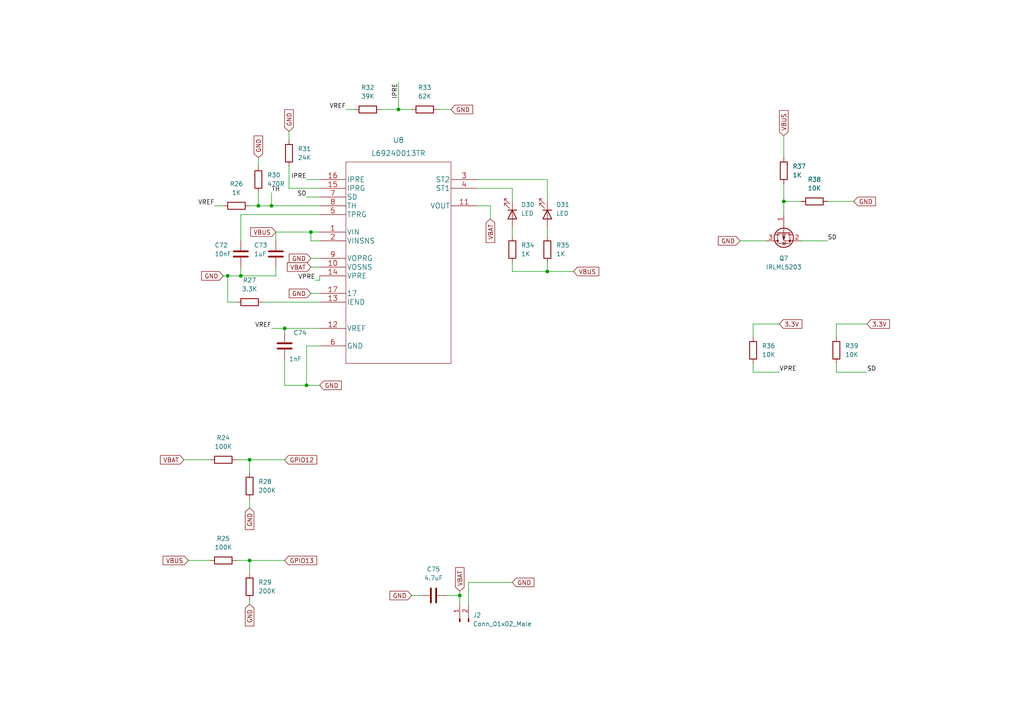
<source format=kicad_sch>
(kicad_sch (version 20211123) (generator eeschema)
  (paper "A4")
  (lib_symbols
    (symbol "Connector:Conn_01x02_Male" (pin_names (offset 1.016) hide)
      (property "Reference" "J" (at 0 2.54 0))
      (property "Value" "Conn_01x02_Male" (at 0 -5.08 0))
      (symbol "Conn_01x02_Male_1_1"
        (polyline (pts (xy 1.27 -2.54) (xy 0.8636 -2.54)) (stroke (width 0.1524)))
        (polyline (pts (xy 1.27 0) (xy 0.8636 0)) (stroke (width 0.1524)))
        (rectangle (start 0.8636 -2.413) (end 0 -2.667) (stroke (width 0.1524)) (fill (type outline)))
        (rectangle (start 0.8636 0.127) (end 0 -0.127) (stroke (width 0.1524)) (fill (type outline)))
        (pin passive line (at 5.08 0 180) (length 3.81) (name "Pin_1") (number "1"))
        (pin passive line (at 5.08 -2.54 180) (length 3.81) (name "Pin_2") (number "2"))
      )
    )
    (symbol "Device:C" (pin_numbers hide) (pin_names (offset 0.254))
      (property "Reference" "C" (at 0.635 2.54 0))
      (property "Value" "C" (at 0.635 -2.54 0))
      (symbol "C_0_1"
        (polyline (pts (xy -2.032 -0.762) (xy 2.032 -0.762)) (stroke (width 0.508)))
        (polyline (pts (xy -2.032 0.762) (xy 2.032 0.762)) (stroke (width 0.508)))
      )
      (symbol "C_1_1"
        (pin passive line (at 0 3.81 270) (length 2.794) (name "~") (number "1"))
        (pin passive line (at 0 -3.81 90) (length 2.794) (name "~") (number "2"))
      )
    )
    (symbol "Device:LED" (pin_numbers hide) (pin_names (offset 1.016) hide)
      (property "Reference" "D" (at 0 2.54 0))
      (property "Value" "LED" (at 0 -2.54 0))
      (symbol "LED_0_1"
        (polyline (pts (xy -1.27 -1.27) (xy -1.27 1.27)) (stroke (width 0.254)))
        (polyline (pts (xy -1.27 0) (xy 1.27 0)))
        (polyline (pts (xy 1.27 -1.27) (xy 1.27 1.27) (xy -1.27 0) (xy 1.27 -1.27)) (stroke (width 0.254)))
        (polyline (pts (xy -3.048 -0.762) (xy -4.572 -2.286) (xy -3.81 -2.286) (xy -4.572 -2.286) (xy -4.572 -1.524)))
        (polyline (pts (xy -1.778 -0.762) (xy -3.302 -2.286) (xy -2.54 -2.286) (xy -3.302 -2.286) (xy -3.302 -1.524)))
      )
      (symbol "LED_1_1"
        (pin passive line (at -3.81 0 0) (length 2.54) (name "K") (number "1"))
        (pin passive line (at 3.81 0 180) (length 2.54) (name "A") (number "2"))
      )
    )
    (symbol "Device:R" (pin_numbers hide) (pin_names (offset 0))
      (property "Reference" "R" (at 2.032 0 90))
      (property "Value" "R" (at 0 0 90))
      (symbol "R_0_1"
        (rectangle (start -1.016 -2.54) (end 1.016 2.54) (stroke (width 0.254)))
      )
      (symbol "R_1_1"
        (pin passive line (at 0 3.81 270) (length 1.27) (name "~") (number "1"))
        (pin passive line (at 0 -3.81 90) (length 1.27) (name "~") (number "2"))
      )
    )
    (symbol "L6924D013TR:L6924D013TR" (pin_names (offset 0.254))
      (property "Reference" "U" (at 22.86 10.16 0))
      (property "Value" "L6924D013TR" (at 22.86 7.62 0))
      (symbol "L6924D013TR_1_1"
        (polyline (pts (xy 7.62 -53.34) (xy 38.1 -53.34)) (stroke (width 0.127)))
        (polyline (pts (xy 7.62 5.08) (xy 7.62 -53.34)) (stroke (width 0.127)))
        (polyline (pts (xy 38.1 -53.34) (xy 38.1 5.08)) (stroke (width 0.127)))
        (polyline (pts (xy 38.1 5.08) (xy 7.62 5.08)) (stroke (width 0.127)))
        (pin input line (at 0 -15.24 0) (length 7.62) (name "VIN") (number "1"))
        (pin input line (at 0 -25.4 0) (length 7.62) (name "VOSNS") (number "10"))
        (pin output line (at 45.72 -7.62 180) (length 7.62) (name "VOUT") (number "11"))
        (pin output line (at 0 -43.18 0) (length 7.62) (name "VREF") (number "12"))
        (pin bidirectional line (at 0 -35.56 0) (length 7.62) (name "IEND") (number "13"))
        (pin input line (at 0 -27.94 0) (length 7.62) (name "VPRE") (number "14"))
        (pin input line (at 0 -2.54 0) (length 7.62) (name "IPRG") (number "15"))
        (pin input line (at 0 0 0) (length 7.62) (name "IPRE") (number "16"))
        (pin unspecified line (at 0 -33.02 0) (length 7.62) (name "17") (number "17"))
        (pin input line (at 0 -17.78 0) (length 7.62) (name "VINSNS") (number "2"))
        (pin output line (at 45.72 0 180) (length 7.62) (name "ST2") (number "3"))
        (pin output line (at 45.72 -2.54 180) (length 7.62) (name "ST1") (number "4"))
        (pin input line (at 0 -10.16 0) (length 7.62) (name "TPRG") (number "5"))
        (pin power_in line (at 0 -48.26 0) (length 7.62) (name "GND") (number "6"))
        (pin input line (at 0 -5.08 0) (length 7.62) (name "SD") (number "7"))
        (pin input line (at 0 -7.62 0) (length 7.62) (name "TH") (number "8"))
        (pin input line (at 0 -22.86 0) (length 7.62) (name "VOPRG") (number "9"))
      )
    )
    (symbol "Transistor_FET:IRLML5203" (pin_names hide)
      (property "Reference" "Q" (at 5.08 1.905 0))
      (property "Value" "IRLML5203" (at 5.08 0 0))
      (symbol "IRLML5203_0_1"
        (polyline (pts (xy 0.254 0) (xy -2.54 0)))
        (polyline (pts (xy 0.254 1.905) (xy 0.254 -1.905)) (stroke (width 0.254)))
        (polyline (pts (xy 0.762 -1.27) (xy 0.762 -2.286)) (stroke (width 0.254)))
        (polyline (pts (xy 0.762 0.508) (xy 0.762 -0.508)) (stroke (width 0.254)))
        (polyline (pts (xy 0.762 2.286) (xy 0.762 1.27)) (stroke (width 0.254)))
        (polyline (pts (xy 2.54 2.54) (xy 2.54 1.778)))
        (polyline (pts (xy 2.54 -2.54) (xy 2.54 0) (xy 0.762 0)))
        (polyline (pts (xy 0.762 1.778) (xy 3.302 1.778) (xy 3.302 -1.778) (xy 0.762 -1.778)))
        (polyline (pts (xy 2.286 0) (xy 1.27 0.381) (xy 1.27 -0.381) (xy 2.286 0)) (fill (type outline)))
        (polyline (pts (xy 2.794 -0.508) (xy 2.921 -0.381) (xy 3.683 -0.381) (xy 3.81 -0.254)))
        (polyline (pts (xy 3.302 -0.381) (xy 2.921 0.254) (xy 3.683 0.254) (xy 3.302 -0.381)))
        (circle (center 1.651 0) (radius 2.794) (stroke (width 0.254)))
        (circle (center 2.54 -1.778) (radius 0.254) (fill (type outline)))
        (circle (center 2.54 1.778) (radius 0.254) (fill (type outline)))
      )
      (symbol "IRLML5203_1_1"
        (pin input line (at -5.08 0 0) (length 2.54) (name "G") (number "1"))
        (pin passive line (at 2.54 -5.08 90) (length 2.54) (name "S") (number "2"))
        (pin passive line (at 2.54 5.08 270) (length 2.54) (name "D") (number "3"))
      )
    )
  )
  (junction (at 90.17 67.31))
  (junction (at 72.39 162.56))
  (junction (at 115.57 31.75))
  (junction (at 66.04 80.01))
  (junction (at 72.39 133.35))
  (junction (at 74.93 59.69))
  (junction (at 88.9 111.76))
  (junction (at 133.35 172.72))
  (junction (at 227.33 58.42))
  (junction (at 69.85 80.01))
  (junction (at 158.75 78.74))
  (junction (at 82.55 95.25))
  (junction (at 78.74 59.69))
  (wire (pts (xy 127 31.75) (xy 130.81 31.75)))
  (wire (pts (xy 92.71 54.61) (xy 83.82 54.61)))
  (wire (pts (xy 227.33 58.42) (xy 227.33 62.23)))
  (wire (pts (xy 242.57 93.98) (xy 251.46 93.98)))
  (wire (pts (xy 68.58 87.63) (xy 66.04 87.63)))
  (wire (pts (xy 68.58 133.35) (xy 72.39 133.35)))
  (wire (pts (xy 74.93 45.72) (xy 74.93 48.26)))
  (wire (pts (xy 133.35 171.45) (xy 133.35 172.72)))
  (wire (pts (xy 88.9 57.15) (xy 92.71 57.15)))
  (wire (pts (xy 135.89 168.91) (xy 148.59 168.91)))
  (wire (pts (xy 78.74 95.25) (xy 82.55 95.25)))
  (wire (pts (xy 83.82 54.61) (xy 83.82 48.26)))
  (wire (pts (xy 148.59 76.2) (xy 148.59 78.74)))
  (wire (pts (xy 133.35 172.72) (xy 133.35 175.26)))
  (wire (pts (xy 88.9 111.76) (xy 92.71 111.76)))
  (wire (pts (xy 214.63 69.85) (xy 222.25 69.85)))
  (wire (pts (xy 240.03 58.42) (xy 247.65 58.42)))
  (wire (pts (xy 138.43 54.61) (xy 148.59 54.61)))
  (wire (pts (xy 92.71 69.85) (xy 90.17 69.85)))
  (wire (pts (xy 242.57 107.95) (xy 251.46 107.95)))
  (wire (pts (xy 218.44 97.79) (xy 218.44 93.98)))
  (wire (pts (xy 88.9 100.33) (xy 88.9 111.76)))
  (wire (pts (xy 227.33 53.34) (xy 227.33 58.42)))
  (wire (pts (xy 115.57 24.13) (xy 115.57 31.75)))
  (wire (pts (xy 90.17 85.09) (xy 92.71 85.09)))
  (wire (pts (xy 119.38 172.72) (xy 121.92 172.72)))
  (wire (pts (xy 158.75 66.04) (xy 158.75 68.58)))
  (wire (pts (xy 218.44 105.41) (xy 218.44 107.95)))
  (wire (pts (xy 72.39 59.69) (xy 74.93 59.69)))
  (wire (pts (xy 90.17 67.31) (xy 92.71 67.31)))
  (wire (pts (xy 100.33 31.75) (xy 102.87 31.75)))
  (wire (pts (xy 242.57 105.41) (xy 242.57 107.95)))
  (wire (pts (xy 80.01 67.31) (xy 90.17 67.31)))
  (wire (pts (xy 148.59 66.04) (xy 148.59 68.58)))
  (wire (pts (xy 90.17 77.47) (xy 92.71 77.47)))
  (wire (pts (xy 69.85 77.47) (xy 69.85 80.01)))
  (wire (pts (xy 218.44 107.95) (xy 226.06 107.95)))
  (wire (pts (xy 80.01 77.47) (xy 80.01 80.01)))
  (wire (pts (xy 232.41 69.85) (xy 240.03 69.85)))
  (wire (pts (xy 92.71 62.23) (xy 69.85 62.23)))
  (wire (pts (xy 64.77 80.01) (xy 66.04 80.01)))
  (wire (pts (xy 88.9 52.07) (xy 92.71 52.07)))
  (wire (pts (xy 72.39 133.35) (xy 72.39 137.16)))
  (wire (pts (xy 69.85 80.01) (xy 80.01 80.01)))
  (wire (pts (xy 68.58 162.56) (xy 72.39 162.56)))
  (wire (pts (xy 129.54 172.72) (xy 133.35 172.72)))
  (wire (pts (xy 74.93 55.88) (xy 74.93 59.69)))
  (wire (pts (xy 82.55 104.14) (xy 82.55 111.76)))
  (wire (pts (xy 66.04 80.01) (xy 66.04 87.63)))
  (wire (pts (xy 83.82 38.1) (xy 83.82 40.64)))
  (wire (pts (xy 92.71 80.01) (xy 92.71 81.28)))
  (wire (pts (xy 82.55 111.76) (xy 88.9 111.76)))
  (wire (pts (xy 135.89 175.26) (xy 135.89 168.91)))
  (wire (pts (xy 78.74 59.69) (xy 92.71 59.69)))
  (wire (pts (xy 138.43 52.07) (xy 158.75 52.07)))
  (wire (pts (xy 242.57 97.79) (xy 242.57 93.98)))
  (wire (pts (xy 110.49 31.75) (xy 115.57 31.75)))
  (wire (pts (xy 66.04 80.01) (xy 69.85 80.01)))
  (wire (pts (xy 227.33 39.37) (xy 227.33 45.72)))
  (wire (pts (xy 158.75 52.07) (xy 158.75 58.42)))
  (wire (pts (xy 115.57 31.75) (xy 119.38 31.75)))
  (wire (pts (xy 158.75 78.74) (xy 166.37 78.74)))
  (wire (pts (xy 148.59 54.61) (xy 148.59 58.42)))
  (wire (pts (xy 53.34 133.35) (xy 60.96 133.35)))
  (wire (pts (xy 90.17 67.31) (xy 90.17 69.85)))
  (wire (pts (xy 62.23 59.69) (xy 64.77 59.69)))
  (wire (pts (xy 91.44 81.28) (xy 92.71 81.28)))
  (wire (pts (xy 92.71 95.25) (xy 82.55 95.25)))
  (wire (pts (xy 78.74 55.88) (xy 78.74 59.69)))
  (wire (pts (xy 80.01 69.85) (xy 80.01 67.31)))
  (wire (pts (xy 76.2 87.63) (xy 92.71 87.63)))
  (wire (pts (xy 158.75 78.74) (xy 158.75 76.2)))
  (wire (pts (xy 142.24 59.69) (xy 142.24 63.5)))
  (wire (pts (xy 72.39 144.78) (xy 72.39 147.32)))
  (wire (pts (xy 72.39 173.99) (xy 72.39 175.26)))
  (wire (pts (xy 54.61 162.56) (xy 60.96 162.56)))
  (wire (pts (xy 72.39 133.35) (xy 82.55 133.35)))
  (wire (pts (xy 90.17 74.93) (xy 92.71 74.93)))
  (wire (pts (xy 69.85 62.23) (xy 69.85 69.85)))
  (wire (pts (xy 227.33 58.42) (xy 232.41 58.42)))
  (wire (pts (xy 92.71 100.33) (xy 88.9 100.33)))
  (wire (pts (xy 72.39 162.56) (xy 72.39 166.37)))
  (wire (pts (xy 148.59 78.74) (xy 158.75 78.74)))
  (wire (pts (xy 218.44 93.98) (xy 226.06 93.98)))
  (wire (pts (xy 72.39 162.56) (xy 82.55 162.56)))
  (wire (pts (xy 82.55 95.25) (xy 82.55 96.52)))
  (wire (pts (xy 74.93 59.69) (xy 78.74 59.69)))
  (wire (pts (xy 138.43 59.69) (xy 142.24 59.69)))
  (label "VREF" (at 78.74 95.25 180))
  (label "VPRE" (at 226.06 107.95 0))
  (label "IPRE" (at 88.9 52.07 180))
  (label "IPRE" (at 115.57 24.13 270))
  (label "VREF" (at 62.23 59.69 180))
  (label "VREF" (at 100.33 31.75 180))
  (label "SD" (at 88.9 57.15 180))
  (label "SD" (at 240.03 69.85 0))
  (label "SD" (at 251.46 107.95 0))
  (label "TH" (at 78.74 55.88 0))
  (label "VPRE" (at 91.44 81.28 180))
  (global_label "GND" (shape input) (at 148.59 168.91 0) (property "Intersheet References" "${INTERSHEET_REFS}" (effects hide)))
  (global_label "VBAT" (shape input) (at 133.35 171.45 90) (property "Intersheet References" "${INTERSHEET_REFS}" (effects hide)))
  (global_label "VBAT" (shape input) (at 90.17 77.47 180) (property "Intersheet References" "${INTERSHEET_REFS}" (effects hide)))
  (global_label "GND" (shape input) (at 92.71 111.76 0) (property "Intersheet References" "${INTERSHEET_REFS}" (effects hide)))
  (global_label "GND" (shape input) (at 64.77 80.01 180) (property "Intersheet References" "${INTERSHEET_REFS}" (effects hide)))
  (global_label "VBUS" (shape input) (at 166.37 78.74 0) (property "Intersheet References" "${INTERSHEET_REFS}" (effects hide)))
  (global_label "VBUS" (shape input) (at 227.33 39.37 90) (property "Intersheet References" "${INTERSHEET_REFS}" (effects hide)))
  (global_label "GND" (shape input) (at 72.39 147.32 270) (property "Intersheet References" "${INTERSHEET_REFS}" (effects hide)))
  (global_label "3.3V" (shape input) (at 251.46 93.98 0) (property "Intersheet References" "${INTERSHEET_REFS}" (effects hide)))
  (global_label "GND" (shape input) (at 214.63 69.85 180) (property "Intersheet References" "${INTERSHEET_REFS}" (effects hide)))
  (global_label "GND" (shape input) (at 83.82 38.1 90) (property "Intersheet References" "${INTERSHEET_REFS}" (effects hide)))
  (global_label "GND" (shape input) (at 130.81 31.75 0) (property "Intersheet References" "${INTERSHEET_REFS}" (effects hide)))
  (global_label "GND" (shape input) (at 72.39 175.26 270) (property "Intersheet References" "${INTERSHEET_REFS}" (effects hide)))
  (global_label "VBAT" (shape input) (at 53.34 133.35 180) (property "Intersheet References" "${INTERSHEET_REFS}" (effects hide)))
  (global_label "VBAT" (shape input) (at 142.24 63.5 270) (property "Intersheet References" "${INTERSHEET_REFS}" (effects hide)))
  (global_label "GND" (shape input) (at 90.17 85.09 180) (property "Intersheet References" "${INTERSHEET_REFS}" (effects hide)))
  (global_label "GND" (shape input) (at 90.17 74.93 180) (property "Intersheet References" "${INTERSHEET_REFS}" (effects hide)))
  (global_label "GND" (shape input) (at 247.65 58.42 0) (property "Intersheet References" "${INTERSHEET_REFS}" (effects hide)))
  (global_label "VBUS" (shape input) (at 80.01 67.31 180) (property "Intersheet References" "${INTERSHEET_REFS}" (effects hide)))
  (global_label "GND" (shape input) (at 119.38 172.72 180) (property "Intersheet References" "${INTERSHEET_REFS}" (effects hide)))
  (global_label "GPIO13" (shape input) (at 82.55 162.56 0) (property "Intersheet References" "${INTERSHEET_REFS}" (effects hide)))
  (global_label "GPIO12" (shape input) (at 82.55 133.35 0) (property "Intersheet References" "${INTERSHEET_REFS}" (effects hide)))
  (global_label "GND" (shape input) (at 74.93 45.72 90) (property "Intersheet References" "${INTERSHEET_REFS}" (effects hide)))
  (global_label "VBUS" (shape input) (at 54.61 162.56 180) (property "Intersheet References" "${INTERSHEET_REFS}" (effects hide)))
  (global_label "3.3V" (shape input) (at 226.06 93.98 0) (property "Intersheet References" "${INTERSHEET_REFS}" (effects hide)))
  (symbol (lib_id "Device:R") (at 74.93 52.07 180) (unit 1)
    (property "Reference" "R30" (at 77.47 50.7999 0) (effects (justify right)))
    (property "Value" "470R" (at 77.47 53.3399 0) (effects (justify right)))
    (property "Footprint" "Resistor_SMD:R_0603_1608Metric" (effects hide))
  )
  (symbol (lib_id "Device:C") (at 82.55 100.33 0) (unit 1)
    (property "Reference" "C74" (at 85.09 96.52 0) (effects (justify left)))
    (property "Value" "1nF" (at 83.82 104.14 0) (effects (justify left)))
    (property "Footprint" "Capacitor_SMD:C_0603_1608Metric" (effects hide))
  )
  (symbol (lib_id "Device:LED") (at 148.59 62.23 270) (unit 1)
    (property "Reference" "D30" (at 151.13 59.3724 90) (effects (justify left)))
    (property "Value" "LED" (at 151.13 61.9124 90) (effects (justify left)))
    (property "Footprint" "LED_SMD:LED_0603_1608Metric" (effects hide))
  )
  (symbol (lib_id "Device:LED") (at 158.75 62.23 270) (unit 1)
    (property "Reference" "D31" (at 161.29 59.3724 90) (effects (justify left)))
    (property "Value" "LED" (at 161.29 61.9124 90) (effects (justify left)))
    (property "Footprint" "LED_SMD:LED_0603_1608Metric" (effects hide))
  )
  (symbol (lib_id "L6924D013TR:L6924D013TR") (at 92.71 52.07 0) (unit 1)
    (property "Reference" "U8" (at 115.57 40.64 0) (effects (font (size 1.524 1.524))))
    (property "Value" "L6924D013TR" (at 115.57 44.45 0) (effects (font (size 1.524 1.524))))
    (property "Footprint" "footprints:L6924D013TR" (effects hide))
  )
  (symbol (lib_id "Device:R") (at 72.39 87.63 270) (unit 1)
    (property "Reference" "R27" (at 72.39 81.28 90))
    (property "Value" "3.3K" (at 72.39 83.82 90))
    (property "Footprint" "Resistor_SMD:R_0603_1608Metric" (effects hide))
  )
  (symbol (lib_id "Device:R") (at 218.44 101.6 0) (unit 1)
    (property "Reference" "R36" (at 220.98 100.3299 0) (effects (justify left)))
    (property "Value" "10K" (at 220.98 102.8699 0) (effects (justify left)))
    (property "Footprint" "Resistor_SMD:R_0603_1608Metric" (effects hide))
  )
  (symbol (lib_id "Device:R") (at 68.58 59.69 270) (unit 1)
    (property "Reference" "R26" (at 68.58 53.34 90))
    (property "Value" "1K" (at 68.58 55.88 90))
    (property "Footprint" "Resistor_SMD:R_0603_1608Metric" (effects hide))
  )
  (symbol (lib_id "Device:C") (at 80.01 73.66 0) (unit 1)
    (property "Reference" "C73" (at 73.66 71.12 0) (effects (justify left)))
    (property "Value" "1uF" (at 73.66 73.66 0) (effects (justify left)))
    (property "Footprint" "Capacitor_SMD:C_0603_1608Metric" (effects hide))
  )
  (symbol (lib_id "Device:R") (at 242.57 101.6 0) (unit 1)
    (property "Reference" "R39" (at 245.11 100.3299 0) (effects (justify left)))
    (property "Value" "10K" (at 245.11 102.8699 0) (effects (justify left)))
    (property "Footprint" "Resistor_SMD:R_0603_1608Metric" (effects hide))
  )
  (symbol (lib_id "Device:R") (at 83.82 44.45 180) (unit 1)
    (property "Reference" "R31" (at 86.36 43.1799 0) (effects (justify right)))
    (property "Value" "24K" (at 86.36 45.7199 0) (effects (justify right)))
    (property "Footprint" "Resistor_SMD:R_0603_1608Metric" (effects hide))
  )
  (symbol (lib_id "Device:R") (at 123.19 31.75 90) (unit 1)
    (property "Reference" "R33" (at 123.19 25.4 90))
    (property "Value" "62K" (at 123.19 27.94 90))
    (property "Footprint" "Resistor_SMD:R_0603_1608Metric" (effects hide))
  )
  (symbol (lib_id "Device:R") (at 106.68 31.75 90) (unit 1)
    (property "Reference" "R32" (at 106.68 25.4 90))
    (property "Value" "39K" (at 106.68 27.94 90))
    (property "Footprint" "Resistor_SMD:R_0603_1608Metric" (effects hide))
  )
  (symbol (lib_id "Transistor_FET:IRLML5203") (at 227.33 67.31 90) (mirror x) (unit 1)
    (property "Reference" "Q7" (at 227.33 74.93 90))
    (property "Value" "IRLML5203" (at 227.33 77.47 90))
    (property "Footprint" "Package_TO_SOT_SMD:SOT-23" (effects hide))
    (property "Datasheet" "https://www.infineon.com/dgdl/irlml5203pbf.pdf?fileId=5546d462533600a40153566868da261d" (effects hide))
  )
  (symbol (lib_id "Device:R") (at 64.77 133.35 90) (unit 1)
    (property "Reference" "R24" (at 64.77 127 90))
    (property "Value" "100K" (at 64.77 129.54 90))
    (property "Footprint" "Resistor_SMD:R_0603_1608Metric" (effects hide))
  )
  (symbol (lib_id "Device:R") (at 236.22 58.42 270) (unit 1)
    (property "Reference" "R38" (at 236.22 52.07 90))
    (property "Value" "10K" (at 236.22 54.61 90))
    (property "Footprint" "Resistor_SMD:R_0603_1608Metric" (effects hide))
  )
  (symbol (lib_id "Connector:Conn_01x02_Male") (at 133.35 180.34 90) (unit 1)
    (property "Reference" "J2" (at 137.16 178.4349 90) (effects (justify right)))
    (property "Value" "Conn_01x02_Male" (at 137.16 180.9749 90) (effects (justify right)))
    (property "Footprint" "Connector_PinHeader_2.54mm:PinHeader_1x02_P2.54mm_Vertical" (effects hide))
  )
  (symbol (lib_id "Device:C") (at 69.85 73.66 0) (unit 1)
    (property "Reference" "C72" (at 62.23 71.12 0) (effects (justify left)))
    (property "Value" "10nF" (at 62.23 73.66 0) (effects (justify left)))
    (property "Footprint" "Capacitor_SMD:C_0603_1608Metric" (effects hide))
  )
  (symbol (lib_id "Device:R") (at 148.59 72.39 0) (unit 1)
    (property "Reference" "R34" (at 151.13 71.1199 0) (effects (justify left)))
    (property "Value" "1K" (at 151.13 73.6599 0) (effects (justify left)))
    (property "Footprint" "Resistor_SMD:R_0603_1608Metric" (effects hide))
  )
  (symbol (lib_id "Device:R") (at 72.39 170.18 0) (unit 1)
    (property "Reference" "R29" (at 74.93 168.9099 0) (effects (justify left)))
    (property "Value" "200K" (at 74.93 171.4499 0) (effects (justify left)))
    (property "Footprint" "Resistor_SMD:R_0603_1608Metric" (effects hide))
  )
  (symbol (lib_id "Device:R") (at 64.77 162.56 270) (unit 1)
    (property "Reference" "R25" (at 64.77 156.21 90))
    (property "Value" "100K" (at 64.77 158.75 90))
    (property "Footprint" "Resistor_SMD:R_0603_1608Metric" (effects hide))
  )
  (symbol (lib_id "Device:R") (at 227.33 49.53 180) (unit 1)
    (property "Reference" "R37" (at 229.87 48.2599 0) (effects (justify right)))
    (property "Value" "1K" (at 229.87 50.7999 0) (effects (justify right)))
    (property "Footprint" "Resistor_SMD:R_0603_1608Metric" (effects hide))
  )
  (symbol (lib_id "Device:C") (at 125.73 172.72 270) (unit 1)
    (property "Reference" "C75" (at 125.73 165.1 90))
    (property "Value" "4.7uF" (at 125.73 167.64 90))
    (property "Footprint" "Capacitor_SMD:C_0603_1608Metric" (effects hide))
  )
  (symbol (lib_id "Device:R") (at 158.75 72.39 0) (unit 1)
    (property "Reference" "R35" (at 161.29 71.1199 0) (effects (justify left)))
    (property "Value" "1K" (at 161.29 73.6599 0) (effects (justify left)))
    (property "Footprint" "Resistor_SMD:R_0603_1608Metric" (effects hide))
  )
  (symbol (lib_id "Device:R") (at 72.39 140.97 180) (unit 1)
    (property "Reference" "R28" (at 74.93 139.6999 0) (effects (justify right)))
    (property "Value" "200K" (at 74.93 142.2399 0) (effects (justify right)))
    (property "Footprint" "Resistor_SMD:R_0603_1608Metric" (effects hide))
  )
)
</source>
